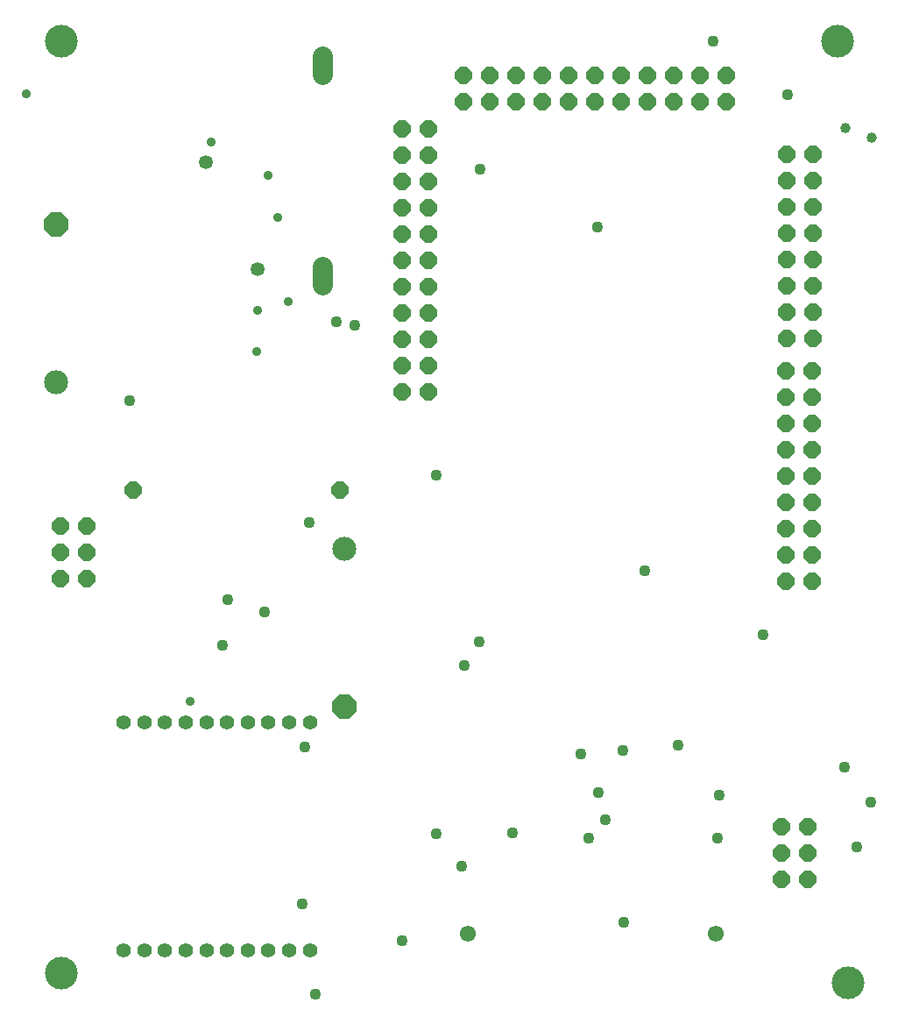
<source format=gbs>
G75*
G70*
%OFA0B0*%
%FSLAX24Y24*%
%IPPOS*%
%LPD*%
%AMOC8*
5,1,8,0,0,1.08239X$1,22.5*
%
%ADD10C,0.0560*%
%ADD11C,0.0611*%
%ADD12OC8,0.0651*%
%ADD13C,0.0910*%
%ADD14OC8,0.0910*%
%ADD15C,0.0765*%
%ADD16C,0.1241*%
%ADD17C,0.0436*%
%ADD18C,0.0350*%
%ADD19C,0.0532*%
%ADD20C,0.0397*%
D10*
X006213Y006021D03*
X007001Y006021D03*
X007788Y006021D03*
X008576Y006021D03*
X009363Y006021D03*
X010150Y006021D03*
X010938Y006021D03*
X011725Y006021D03*
X012513Y006021D03*
X013300Y006021D03*
X013300Y014682D03*
X012513Y014682D03*
X011725Y014682D03*
X010938Y014682D03*
X010150Y014682D03*
X009363Y014682D03*
X008576Y014682D03*
X007788Y014682D03*
X007001Y014682D03*
X006213Y014682D03*
D11*
X019308Y006655D03*
X028757Y006655D03*
D12*
X031257Y008714D03*
X031257Y009714D03*
X032257Y009714D03*
X032257Y008714D03*
X032257Y010714D03*
X031257Y010714D03*
X031425Y020039D03*
X031425Y021039D03*
X031425Y022039D03*
X031425Y023039D03*
X031425Y024039D03*
X031425Y025039D03*
X031425Y026039D03*
X031425Y027039D03*
X031425Y028039D03*
X032425Y028039D03*
X032425Y027039D03*
X032425Y026039D03*
X032425Y025039D03*
X032425Y024039D03*
X032425Y023039D03*
X032425Y022039D03*
X032425Y021039D03*
X032425Y020039D03*
X032427Y029295D03*
X032427Y030295D03*
X031427Y030295D03*
X031427Y029295D03*
X031427Y031295D03*
X031427Y032295D03*
X031427Y033295D03*
X031427Y034295D03*
X031427Y035295D03*
X031427Y036295D03*
X032427Y036295D03*
X032427Y035295D03*
X032427Y034295D03*
X032427Y033295D03*
X032427Y032295D03*
X032427Y031295D03*
X029150Y038289D03*
X029150Y039289D03*
X028150Y039289D03*
X028150Y038289D03*
X027150Y038289D03*
X027150Y039289D03*
X026150Y039289D03*
X026150Y038289D03*
X025150Y038289D03*
X025150Y039289D03*
X024150Y039289D03*
X023150Y039289D03*
X023150Y038289D03*
X024150Y038289D03*
X022150Y038289D03*
X022150Y039289D03*
X021150Y039289D03*
X021150Y038289D03*
X020150Y038289D03*
X020150Y039289D03*
X019150Y039289D03*
X019150Y038289D03*
X017813Y037251D03*
X017813Y036251D03*
X017813Y035251D03*
X017813Y034251D03*
X017813Y033251D03*
X017813Y032251D03*
X017813Y031251D03*
X017813Y030251D03*
X017813Y029251D03*
X017813Y028251D03*
X017813Y027251D03*
X016813Y027251D03*
X016813Y028251D03*
X016813Y029251D03*
X016813Y030251D03*
X016813Y031251D03*
X016813Y032251D03*
X016813Y033251D03*
X016813Y034251D03*
X016813Y035251D03*
X016813Y036251D03*
X016813Y037251D03*
X014446Y023525D03*
X006572Y023525D03*
X004812Y022147D03*
X004812Y021147D03*
X004812Y020147D03*
X003812Y020147D03*
X003812Y021147D03*
X003812Y022147D03*
D13*
X003654Y027612D03*
X014599Y021289D03*
D14*
X014599Y015289D03*
X003654Y033612D03*
D15*
X013792Y032019D02*
X013792Y031314D01*
X013792Y039314D02*
X013792Y040019D01*
D16*
X003843Y005159D03*
X003843Y040592D03*
X033371Y040592D03*
X033765Y004765D03*
D17*
X034095Y009950D03*
X034635Y011640D03*
X033645Y012990D03*
X030545Y018020D03*
X027305Y013820D03*
X025225Y013620D03*
X024265Y012000D03*
X024535Y010980D03*
X023915Y010280D03*
X023615Y013480D03*
X020995Y010470D03*
X019075Y009230D03*
X018125Y010450D03*
X016825Y006380D03*
X013525Y004360D03*
X013025Y007790D03*
X013105Y013750D03*
X009975Y017600D03*
X010185Y019360D03*
X011565Y018890D03*
X013275Y022270D03*
X018095Y024070D03*
X015005Y029790D03*
X014315Y029900D03*
X019775Y035700D03*
X024255Y033530D03*
X028655Y040590D03*
X031465Y038560D03*
X026035Y020450D03*
X019755Y017740D03*
X019165Y016850D03*
X025245Y007080D03*
X028795Y010280D03*
X028885Y011910D03*
X006455Y026900D03*
D18*
X011275Y028790D03*
X011324Y030356D03*
X012475Y030690D03*
X012075Y033890D03*
X011715Y035480D03*
X009552Y036734D03*
X002499Y038598D03*
X008735Y015492D03*
D19*
X011324Y031931D03*
X009355Y035986D03*
D20*
X033685Y037280D03*
X034665Y036930D03*
M02*

</source>
